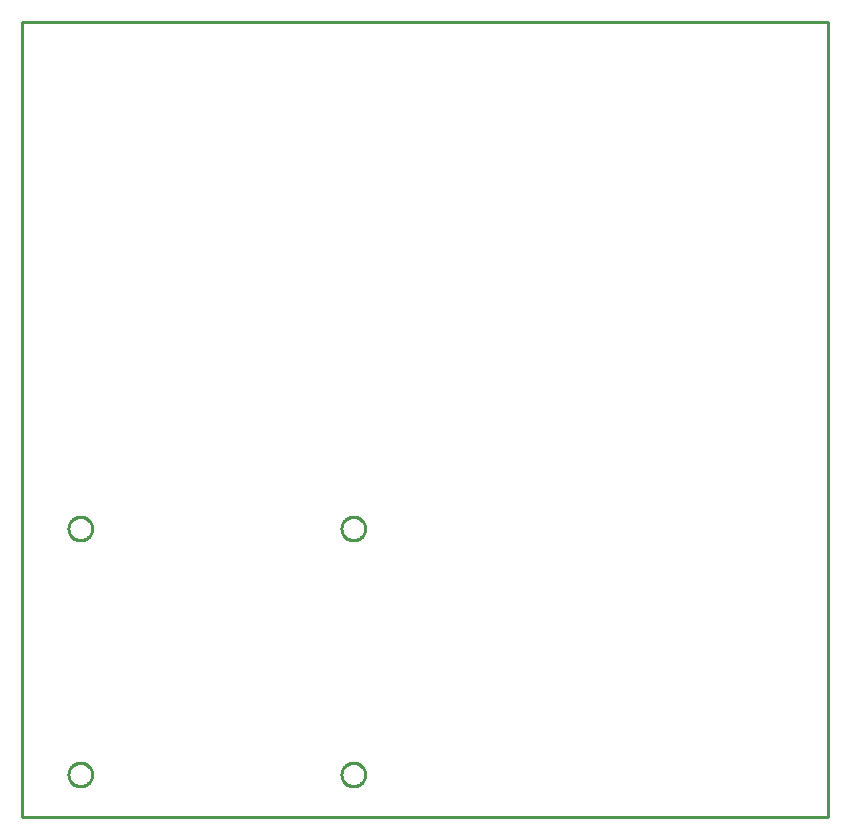
<source format=gbr>
G04 EAGLE Gerber RS-274X export*
G75*
%MOMM*%
%FSLAX34Y34*%
%LPD*%
%IN*%
%IPPOS*%
%AMOC8*
5,1,8,0,0,1.08239X$1,22.5*%
G01*
%ADD10C,0.254000*%


D10*
X-266700Y-25400D02*
X415800Y-25400D01*
X415800Y647600D01*
X-266700Y647600D01*
X-266700Y-25400D01*
X13533Y20160D02*
X12664Y20084D01*
X11804Y19932D01*
X10960Y19706D01*
X10140Y19408D01*
X9348Y19039D01*
X8592Y18602D01*
X7877Y18101D01*
X7208Y17540D01*
X6590Y16922D01*
X6029Y16253D01*
X5528Y15538D01*
X5091Y14782D01*
X4722Y13990D01*
X4424Y13170D01*
X4198Y12326D01*
X4046Y11467D01*
X3970Y10597D01*
X3970Y9723D01*
X4046Y8854D01*
X4198Y7994D01*
X4424Y7150D01*
X4722Y6330D01*
X5091Y5538D01*
X5528Y4782D01*
X6029Y4067D01*
X6590Y3398D01*
X7208Y2780D01*
X7877Y2219D01*
X8592Y1718D01*
X9348Y1281D01*
X10140Y912D01*
X10960Y614D01*
X11804Y388D01*
X12664Y236D01*
X13533Y160D01*
X14407Y160D01*
X15277Y236D01*
X16136Y388D01*
X16980Y614D01*
X17800Y912D01*
X18592Y1281D01*
X19348Y1718D01*
X20063Y2219D01*
X20732Y2780D01*
X21350Y3398D01*
X21911Y4067D01*
X22412Y4782D01*
X22849Y5538D01*
X23218Y6330D01*
X23516Y7150D01*
X23742Y7994D01*
X23894Y8854D01*
X23970Y9723D01*
X23970Y10597D01*
X23894Y11467D01*
X23742Y12326D01*
X23516Y13170D01*
X23218Y13990D01*
X22849Y14782D01*
X22412Y15538D01*
X21911Y16253D01*
X21350Y16922D01*
X20732Y17540D01*
X20063Y18101D01*
X19348Y18602D01*
X18592Y19039D01*
X17800Y19408D01*
X16980Y19706D01*
X16136Y19932D01*
X15277Y20084D01*
X14407Y20160D01*
X13533Y20160D01*
X13533Y228440D02*
X12664Y228364D01*
X11804Y228212D01*
X10960Y227986D01*
X10140Y227688D01*
X9348Y227319D01*
X8592Y226882D01*
X7877Y226381D01*
X7208Y225820D01*
X6590Y225202D01*
X6029Y224533D01*
X5528Y223818D01*
X5091Y223062D01*
X4722Y222270D01*
X4424Y221450D01*
X4198Y220606D01*
X4046Y219747D01*
X3970Y218877D01*
X3970Y218003D01*
X4046Y217134D01*
X4198Y216274D01*
X4424Y215430D01*
X4722Y214610D01*
X5091Y213818D01*
X5528Y213062D01*
X6029Y212347D01*
X6590Y211678D01*
X7208Y211060D01*
X7877Y210499D01*
X8592Y209998D01*
X9348Y209561D01*
X10140Y209192D01*
X10960Y208894D01*
X11804Y208668D01*
X12664Y208516D01*
X13533Y208440D01*
X14407Y208440D01*
X15277Y208516D01*
X16136Y208668D01*
X16980Y208894D01*
X17800Y209192D01*
X18592Y209561D01*
X19348Y209998D01*
X20063Y210499D01*
X20732Y211060D01*
X21350Y211678D01*
X21911Y212347D01*
X22412Y213062D01*
X22849Y213818D01*
X23218Y214610D01*
X23516Y215430D01*
X23742Y216274D01*
X23894Y217134D01*
X23970Y218003D01*
X23970Y218877D01*
X23894Y219747D01*
X23742Y220606D01*
X23516Y221450D01*
X23218Y222270D01*
X22849Y223062D01*
X22412Y223818D01*
X21911Y224533D01*
X21350Y225202D01*
X20732Y225820D01*
X20063Y226381D01*
X19348Y226882D01*
X18592Y227319D01*
X17800Y227688D01*
X16980Y227986D01*
X16136Y228212D01*
X15277Y228364D01*
X14407Y228440D01*
X13533Y228440D01*
X-217607Y228440D02*
X-218477Y228364D01*
X-219336Y228212D01*
X-220180Y227986D01*
X-221000Y227688D01*
X-221792Y227319D01*
X-222548Y226882D01*
X-223263Y226381D01*
X-223932Y225820D01*
X-224550Y225202D01*
X-225111Y224533D01*
X-225612Y223818D01*
X-226049Y223062D01*
X-226418Y222270D01*
X-226716Y221450D01*
X-226942Y220606D01*
X-227094Y219747D01*
X-227170Y218877D01*
X-227170Y218003D01*
X-227094Y217134D01*
X-226942Y216274D01*
X-226716Y215430D01*
X-226418Y214610D01*
X-226049Y213818D01*
X-225612Y213062D01*
X-225111Y212347D01*
X-224550Y211678D01*
X-223932Y211060D01*
X-223263Y210499D01*
X-222548Y209998D01*
X-221792Y209561D01*
X-221000Y209192D01*
X-220180Y208894D01*
X-219336Y208668D01*
X-218477Y208516D01*
X-217607Y208440D01*
X-216733Y208440D01*
X-215864Y208516D01*
X-215004Y208668D01*
X-214160Y208894D01*
X-213340Y209192D01*
X-212548Y209561D01*
X-211792Y209998D01*
X-211077Y210499D01*
X-210408Y211060D01*
X-209790Y211678D01*
X-209229Y212347D01*
X-208728Y213062D01*
X-208291Y213818D01*
X-207922Y214610D01*
X-207624Y215430D01*
X-207398Y216274D01*
X-207246Y217134D01*
X-207170Y218003D01*
X-207170Y218877D01*
X-207246Y219747D01*
X-207398Y220606D01*
X-207624Y221450D01*
X-207922Y222270D01*
X-208291Y223062D01*
X-208728Y223818D01*
X-209229Y224533D01*
X-209790Y225202D01*
X-210408Y225820D01*
X-211077Y226381D01*
X-211792Y226882D01*
X-212548Y227319D01*
X-213340Y227688D01*
X-214160Y227986D01*
X-215004Y228212D01*
X-215864Y228364D01*
X-216733Y228440D01*
X-217607Y228440D01*
X-217607Y20160D02*
X-218477Y20084D01*
X-219336Y19932D01*
X-220180Y19706D01*
X-221000Y19408D01*
X-221792Y19039D01*
X-222548Y18602D01*
X-223263Y18101D01*
X-223932Y17540D01*
X-224550Y16922D01*
X-225111Y16253D01*
X-225612Y15538D01*
X-226049Y14782D01*
X-226418Y13990D01*
X-226716Y13170D01*
X-226942Y12326D01*
X-227094Y11467D01*
X-227170Y10597D01*
X-227170Y9723D01*
X-227094Y8854D01*
X-226942Y7994D01*
X-226716Y7150D01*
X-226418Y6330D01*
X-226049Y5538D01*
X-225612Y4782D01*
X-225111Y4067D01*
X-224550Y3398D01*
X-223932Y2780D01*
X-223263Y2219D01*
X-222548Y1718D01*
X-221792Y1281D01*
X-221000Y912D01*
X-220180Y614D01*
X-219336Y388D01*
X-218477Y236D01*
X-217607Y160D01*
X-216733Y160D01*
X-215864Y236D01*
X-215004Y388D01*
X-214160Y614D01*
X-213340Y912D01*
X-212548Y1281D01*
X-211792Y1718D01*
X-211077Y2219D01*
X-210408Y2780D01*
X-209790Y3398D01*
X-209229Y4067D01*
X-208728Y4782D01*
X-208291Y5538D01*
X-207922Y6330D01*
X-207624Y7150D01*
X-207398Y7994D01*
X-207246Y8854D01*
X-207170Y9723D01*
X-207170Y10597D01*
X-207246Y11467D01*
X-207398Y12326D01*
X-207624Y13170D01*
X-207922Y13990D01*
X-208291Y14782D01*
X-208728Y15538D01*
X-209229Y16253D01*
X-209790Y16922D01*
X-210408Y17540D01*
X-211077Y18101D01*
X-211792Y18602D01*
X-212548Y19039D01*
X-213340Y19408D01*
X-214160Y19706D01*
X-215004Y19932D01*
X-215864Y20084D01*
X-216733Y20160D01*
X-217607Y20160D01*
M02*

</source>
